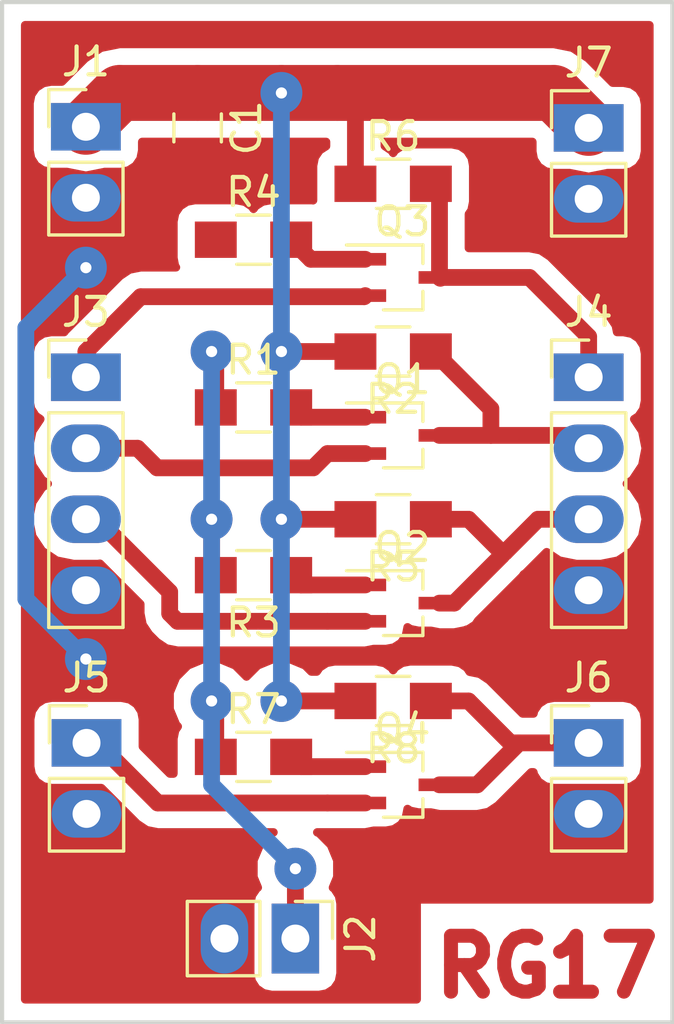
<source format=kicad_pcb>
(kicad_pcb (version 4) (host pcbnew 4.0.7-e2-6376~58~ubuntu16.04.1)

  (general
    (links 33)
    (no_connects 1)
    (area 127.757142 119.424999 160.242858 160.242858)
    (thickness 1.6)
    (drawings 5)
    (tracks 94)
    (zones 0)
    (modules 20)
    (nets 16)
  )

  (page A4)
  (layers
    (0 F.Cu signal)
    (31 B.Cu signal)
    (32 B.Adhes user)
    (33 F.Adhes user)
    (34 B.Paste user)
    (35 F.Paste user)
    (36 B.SilkS user)
    (37 F.SilkS user hide)
    (38 B.Mask user)
    (39 F.Mask user)
    (40 Dwgs.User user)
    (41 Cmts.User user)
    (42 Eco1.User user)
    (43 Eco2.User user)
    (44 Edge.Cuts user)
    (45 Margin user)
    (46 B.CrtYd user)
    (47 F.CrtYd user)
    (48 B.Fab user)
    (49 F.Fab user hide)
  )

  (setup
    (last_trace_width 0.6)
    (user_trace_width 0.5)
    (user_trace_width 0.6)
    (user_trace_width 1)
    (user_trace_width 2)
    (trace_clearance 0.6)
    (zone_clearance 0.508)
    (zone_45_only no)
    (trace_min 0.2)
    (segment_width 0.2)
    (edge_width 0.15)
    (via_size 1.5)
    (via_drill 0.4)
    (via_min_size 0.4)
    (via_min_drill 0.3)
    (uvia_size 0.3)
    (uvia_drill 0.1)
    (uvias_allowed no)
    (uvia_min_size 0.2)
    (uvia_min_drill 0.1)
    (pcb_text_width 0.3)
    (pcb_text_size 1.5 1.5)
    (mod_edge_width 0.15)
    (mod_text_size 1 1)
    (mod_text_width 0.15)
    (pad_size 1.524 1.524)
    (pad_drill 0.762)
    (pad_to_mask_clearance 0.2)
    (aux_axis_origin 0 0)
    (visible_elements FFFFFF7F)
    (pcbplotparams
      (layerselection 0x00000_00000001)
      (usegerberextensions false)
      (excludeedgelayer false)
      (linewidth 0.100000)
      (plotframeref false)
      (viasonmask false)
      (mode 1)
      (useauxorigin false)
      (hpglpennumber 1)
      (hpglpenspeed 20)
      (hpglpendiameter 15)
      (hpglpenoverlay 2)
      (psnegative false)
      (psa4output false)
      (plotreference false)
      (plotvalue true)
      (plotinvisibletext false)
      (padsonsilk false)
      (subtractmaskfromsilk false)
      (outputformat 4)
      (mirror false)
      (drillshape 1)
      (scaleselection 1)
      (outputdirectory TOP.pdf))
  )

  (net 0 "")
  (net 1 +5V)
  (net 2 GND)
  (net 3 +3V3)
  (net 4 "Net-(J3-Pad1)")
  (net 5 "Net-(J3-Pad2)")
  (net 6 "Net-(J3-Pad3)")
  (net 7 "Net-(J4-Pad1)")
  (net 8 "Net-(J4-Pad2)")
  (net 9 "Net-(J4-Pad3)")
  (net 10 "Net-(J5-Pad1)")
  (net 11 "Net-(J6-Pad1)")
  (net 12 "Net-(Q1-Pad1)")
  (net 13 "Net-(Q2-Pad1)")
  (net 14 "Net-(Q3-Pad1)")
  (net 15 "Net-(Q4-Pad1)")

  (net_class Default "This is the default net class."
    (clearance 0.6)
    (trace_width 0.6)
    (via_dia 1.5)
    (via_drill 0.4)
    (uvia_dia 0.3)
    (uvia_drill 0.1)
    (add_net +3V3)
    (add_net +5V)
    (add_net GND)
    (add_net "Net-(J3-Pad1)")
    (add_net "Net-(J3-Pad2)")
    (add_net "Net-(J3-Pad3)")
    (add_net "Net-(J4-Pad1)")
    (add_net "Net-(J4-Pad2)")
    (add_net "Net-(J4-Pad3)")
    (add_net "Net-(J5-Pad1)")
    (add_net "Net-(J6-Pad1)")
    (add_net "Net-(Q1-Pad1)")
    (add_net "Net-(Q2-Pad1)")
    (add_net "Net-(Q3-Pad1)")
    (add_net "Net-(Q4-Pad1)")
  )

  (module Capacitors_SMD:C_0805_HandSoldering (layer F.Cu) (tedit 58AA84A8) (tstamp 5A37E2BA)
    (at 139 124 270)
    (descr "Capacitor SMD 0805, hand soldering")
    (tags "capacitor 0805")
    (path /5A3AE84A)
    (attr smd)
    (fp_text reference C1 (at 0 -1.75 270) (layer F.SilkS)
      (effects (font (size 1 1) (thickness 0.15)))
    )
    (fp_text value 100n (at 0 1.75 270) (layer F.Fab)
      (effects (font (size 1 1) (thickness 0.15)))
    )
    (fp_text user %R (at 0 -1.75 270) (layer F.Fab)
      (effects (font (size 1 1) (thickness 0.15)))
    )
    (fp_line (start -1 0.62) (end -1 -0.62) (layer F.Fab) (width 0.1))
    (fp_line (start 1 0.62) (end -1 0.62) (layer F.Fab) (width 0.1))
    (fp_line (start 1 -0.62) (end 1 0.62) (layer F.Fab) (width 0.1))
    (fp_line (start -1 -0.62) (end 1 -0.62) (layer F.Fab) (width 0.1))
    (fp_line (start 0.5 -0.85) (end -0.5 -0.85) (layer F.SilkS) (width 0.12))
    (fp_line (start -0.5 0.85) (end 0.5 0.85) (layer F.SilkS) (width 0.12))
    (fp_line (start -2.25 -0.88) (end 2.25 -0.88) (layer F.CrtYd) (width 0.05))
    (fp_line (start -2.25 -0.88) (end -2.25 0.87) (layer F.CrtYd) (width 0.05))
    (fp_line (start 2.25 0.87) (end 2.25 -0.88) (layer F.CrtYd) (width 0.05))
    (fp_line (start 2.25 0.87) (end -2.25 0.87) (layer F.CrtYd) (width 0.05))
    (pad 1 smd rect (at -1.25 0 270) (size 1.5 1.25) (layers F.Cu F.Paste F.Mask)
      (net 1 +5V))
    (pad 2 smd rect (at 1.25 0 270) (size 1.5 1.25) (layers F.Cu F.Paste F.Mask)
      (net 2 GND))
    (model Capacitors_SMD.3dshapes/C_0805.wrl
      (at (xyz 0 0 0))
      (scale (xyz 1 1 1))
      (rotate (xyz 0 0 0))
    )
  )

  (module baby_panel_footprints:Header_1x02_2.54mm_Oval (layer F.Cu) (tedit 5A37DC5B) (tstamp 5A37E2D0)
    (at 135 123.96)
    (descr "Through hole straight pin header, 1x02, 2.54mm pitch, single row")
    (tags "Through hole pin header THT 1x02 2.54mm single row")
    (path /5A3AE817)
    (fp_text reference J1 (at 0 -2.33) (layer F.SilkS)
      (effects (font (size 1 1) (thickness 0.15)))
    )
    (fp_text value Conn_01x02_Male (at 0 4.87) (layer F.Fab)
      (effects (font (size 1 1) (thickness 0.15)))
    )
    (fp_line (start -0.635 -1.27) (end 1.27 -1.27) (layer F.Fab) (width 0.1))
    (fp_line (start 1.27 -1.27) (end 1.27 3.81) (layer F.Fab) (width 0.1))
    (fp_line (start 1.27 3.81) (end -1.27 3.81) (layer F.Fab) (width 0.1))
    (fp_line (start -1.27 3.81) (end -1.27 -0.635) (layer F.Fab) (width 0.1))
    (fp_line (start -1.27 -0.635) (end -0.635 -1.27) (layer F.Fab) (width 0.1))
    (fp_line (start -1.33 3.87) (end 1.33 3.87) (layer F.SilkS) (width 0.12))
    (fp_line (start -1.33 1.27) (end -1.33 3.87) (layer F.SilkS) (width 0.12))
    (fp_line (start 1.33 1.27) (end 1.33 3.87) (layer F.SilkS) (width 0.12))
    (fp_line (start -1.33 1.27) (end 1.33 1.27) (layer F.SilkS) (width 0.12))
    (fp_line (start -1.33 0) (end -1.33 -1.33) (layer F.SilkS) (width 0.12))
    (fp_line (start -1.33 -1.33) (end 0 -1.33) (layer F.SilkS) (width 0.12))
    (fp_line (start -1.8 -1.8) (end -1.8 4.35) (layer F.CrtYd) (width 0.05))
    (fp_line (start -1.8 4.35) (end 1.8 4.35) (layer F.CrtYd) (width 0.05))
    (fp_line (start 1.8 4.35) (end 1.8 -1.8) (layer F.CrtYd) (width 0.05))
    (fp_line (start 1.8 -1.8) (end -1.8 -1.8) (layer F.CrtYd) (width 0.05))
    (fp_text user %R (at 0 1.27 90) (layer F.Fab)
      (effects (font (size 1 1) (thickness 0.15)))
    )
    (pad 1 thru_hole rect (at 0 0) (size 2.5 1.7) (drill 1) (layers *.Cu *.Mask)
      (net 1 +5V))
    (pad 2 thru_hole oval (at 0 2.54) (size 2.5 1.7) (drill 1) (layers *.Cu *.Mask)
      (net 2 GND))
    (model ${KISYS3DMOD}/Pin_Headers.3dshapes/Pin_Header_Straight_1x02_Pitch2.54mm.wrl
      (at (xyz 0 0 0))
      (scale (xyz 1 1 1))
      (rotate (xyz 0 0 0))
    )
  )

  (module baby_panel_footprints:Header_1x02_2.54mm_Oval (layer F.Cu) (tedit 5A37DC5B) (tstamp 5A37E2E6)
    (at 142.5 153 270)
    (descr "Through hole straight pin header, 1x02, 2.54mm pitch, single row")
    (tags "Through hole pin header THT 1x02 2.54mm single row")
    (path /5A3AE81A)
    (fp_text reference J2 (at 0 -2.33 270) (layer F.SilkS)
      (effects (font (size 1 1) (thickness 0.15)))
    )
    (fp_text value Conn_01x02_Male (at 0 4.87 270) (layer F.Fab)
      (effects (font (size 1 1) (thickness 0.15)))
    )
    (fp_line (start -0.635 -1.27) (end 1.27 -1.27) (layer F.Fab) (width 0.1))
    (fp_line (start 1.27 -1.27) (end 1.27 3.81) (layer F.Fab) (width 0.1))
    (fp_line (start 1.27 3.81) (end -1.27 3.81) (layer F.Fab) (width 0.1))
    (fp_line (start -1.27 3.81) (end -1.27 -0.635) (layer F.Fab) (width 0.1))
    (fp_line (start -1.27 -0.635) (end -0.635 -1.27) (layer F.Fab) (width 0.1))
    (fp_line (start -1.33 3.87) (end 1.33 3.87) (layer F.SilkS) (width 0.12))
    (fp_line (start -1.33 1.27) (end -1.33 3.87) (layer F.SilkS) (width 0.12))
    (fp_line (start 1.33 1.27) (end 1.33 3.87) (layer F.SilkS) (width 0.12))
    (fp_line (start -1.33 1.27) (end 1.33 1.27) (layer F.SilkS) (width 0.12))
    (fp_line (start -1.33 0) (end -1.33 -1.33) (layer F.SilkS) (width 0.12))
    (fp_line (start -1.33 -1.33) (end 0 -1.33) (layer F.SilkS) (width 0.12))
    (fp_line (start -1.8 -1.8) (end -1.8 4.35) (layer F.CrtYd) (width 0.05))
    (fp_line (start -1.8 4.35) (end 1.8 4.35) (layer F.CrtYd) (width 0.05))
    (fp_line (start 1.8 4.35) (end 1.8 -1.8) (layer F.CrtYd) (width 0.05))
    (fp_line (start 1.8 -1.8) (end -1.8 -1.8) (layer F.CrtYd) (width 0.05))
    (fp_text user %R (at 0 1.27 360) (layer F.Fab)
      (effects (font (size 1 1) (thickness 0.15)))
    )
    (pad 1 thru_hole rect (at 0 0 270) (size 2.5 1.7) (drill 1) (layers *.Cu *.Mask)
      (net 3 +3V3))
    (pad 2 thru_hole oval (at 0 2.54 270) (size 2.5 1.7) (drill 1) (layers *.Cu *.Mask)
      (net 2 GND))
    (model ${KISYS3DMOD}/Pin_Headers.3dshapes/Pin_Header_Straight_1x02_Pitch2.54mm.wrl
      (at (xyz 0 0 0))
      (scale (xyz 1 1 1))
      (rotate (xyz 0 0 0))
    )
  )

  (module baby_panel_footprints:Header_1x04_2.54mm_Oval (layer F.Cu) (tedit 5A37DCBE) (tstamp 5A37E2EE)
    (at 135 132.92)
    (descr "Through hole straight pin header, 1x04, 2.54mm pitch, single row")
    (tags "Through hole pin header THT 1x04 2.54mm single row")
    (path /5A3AE836)
    (fp_text reference J3 (at 0 -2.33) (layer F.SilkS)
      (effects (font (size 1 1) (thickness 0.15)))
    )
    (fp_text value Conn_01x04_Male (at 0 9.95) (layer F.Fab)
      (effects (font (size 1 1) (thickness 0.15)))
    )
    (fp_line (start -0.635 -1.27) (end 1.27 -1.27) (layer F.Fab) (width 0.1))
    (fp_line (start 1.27 -1.27) (end 1.27 8.89) (layer F.Fab) (width 0.1))
    (fp_line (start 1.27 8.89) (end -1.27 8.89) (layer F.Fab) (width 0.1))
    (fp_line (start -1.27 8.89) (end -1.27 -0.635) (layer F.Fab) (width 0.1))
    (fp_line (start -1.27 -0.635) (end -0.635 -1.27) (layer F.Fab) (width 0.1))
    (fp_line (start -1.33 8.95) (end 1.33 8.95) (layer F.SilkS) (width 0.12))
    (fp_line (start -1.33 1.27) (end -1.33 8.95) (layer F.SilkS) (width 0.12))
    (fp_line (start 1.33 1.27) (end 1.33 8.95) (layer F.SilkS) (width 0.12))
    (fp_line (start -1.33 1.27) (end 1.33 1.27) (layer F.SilkS) (width 0.12))
    (fp_line (start -1.33 0) (end -1.33 -1.33) (layer F.SilkS) (width 0.12))
    (fp_line (start -1.33 -1.33) (end 0 -1.33) (layer F.SilkS) (width 0.12))
    (fp_line (start -1.8 -1.8) (end -1.8 9.4) (layer F.CrtYd) (width 0.05))
    (fp_line (start -1.8 9.4) (end 1.8 9.4) (layer F.CrtYd) (width 0.05))
    (fp_line (start 1.8 9.4) (end 1.8 -1.8) (layer F.CrtYd) (width 0.05))
    (fp_line (start 1.8 -1.8) (end -1.8 -1.8) (layer F.CrtYd) (width 0.05))
    (fp_text user %R (at 0 3.81 90) (layer F.Fab)
      (effects (font (size 1 1) (thickness 0.15)))
    )
    (pad 1 thru_hole rect (at 0 0) (size 2.5 1.7) (drill 1) (layers *.Cu *.Mask)
      (net 4 "Net-(J3-Pad1)"))
    (pad 2 thru_hole oval (at 0 2.54) (size 2.5 1.7) (drill 1) (layers *.Cu *.Mask)
      (net 5 "Net-(J3-Pad2)"))
    (pad 3 thru_hole oval (at 0 5.08) (size 2.5 1.7) (drill 1) (layers *.Cu *.Mask)
      (net 6 "Net-(J3-Pad3)"))
    (pad 4 thru_hole oval (at 0 7.62) (size 2.5 1.7) (drill 1) (layers *.Cu *.Mask)
      (net 2 GND))
    (model ${KISYS3DMOD}/Pin_Headers.3dshapes/Pin_Header_Straight_1x04_Pitch2.54mm.wrl
      (at (xyz 0 0 0))
      (scale (xyz 1 1 1))
      (rotate (xyz 0 0 0))
    )
  )

  (module baby_panel_footprints:Header_1x04_2.54mm_Oval (layer F.Cu) (tedit 5A37DCBE) (tstamp 5A37E2F6)
    (at 153 132.92)
    (descr "Through hole straight pin header, 1x04, 2.54mm pitch, single row")
    (tags "Through hole pin header THT 1x04 2.54mm single row")
    (path /5A3AE843)
    (fp_text reference J4 (at 0 -2.33) (layer F.SilkS)
      (effects (font (size 1 1) (thickness 0.15)))
    )
    (fp_text value Conn_01x04_Male (at 0 9.95) (layer F.Fab)
      (effects (font (size 1 1) (thickness 0.15)))
    )
    (fp_line (start -0.635 -1.27) (end 1.27 -1.27) (layer F.Fab) (width 0.1))
    (fp_line (start 1.27 -1.27) (end 1.27 8.89) (layer F.Fab) (width 0.1))
    (fp_line (start 1.27 8.89) (end -1.27 8.89) (layer F.Fab) (width 0.1))
    (fp_line (start -1.27 8.89) (end -1.27 -0.635) (layer F.Fab) (width 0.1))
    (fp_line (start -1.27 -0.635) (end -0.635 -1.27) (layer F.Fab) (width 0.1))
    (fp_line (start -1.33 8.95) (end 1.33 8.95) (layer F.SilkS) (width 0.12))
    (fp_line (start -1.33 1.27) (end -1.33 8.95) (layer F.SilkS) (width 0.12))
    (fp_line (start 1.33 1.27) (end 1.33 8.95) (layer F.SilkS) (width 0.12))
    (fp_line (start -1.33 1.27) (end 1.33 1.27) (layer F.SilkS) (width 0.12))
    (fp_line (start -1.33 0) (end -1.33 -1.33) (layer F.SilkS) (width 0.12))
    (fp_line (start -1.33 -1.33) (end 0 -1.33) (layer F.SilkS) (width 0.12))
    (fp_line (start -1.8 -1.8) (end -1.8 9.4) (layer F.CrtYd) (width 0.05))
    (fp_line (start -1.8 9.4) (end 1.8 9.4) (layer F.CrtYd) (width 0.05))
    (fp_line (start 1.8 9.4) (end 1.8 -1.8) (layer F.CrtYd) (width 0.05))
    (fp_line (start 1.8 -1.8) (end -1.8 -1.8) (layer F.CrtYd) (width 0.05))
    (fp_text user %R (at 0 3.81 90) (layer F.Fab)
      (effects (font (size 1 1) (thickness 0.15)))
    )
    (pad 1 thru_hole rect (at 0 0) (size 2.5 1.7) (drill 1) (layers *.Cu *.Mask)
      (net 7 "Net-(J4-Pad1)"))
    (pad 2 thru_hole oval (at 0 2.54) (size 2.5 1.7) (drill 1) (layers *.Cu *.Mask)
      (net 8 "Net-(J4-Pad2)"))
    (pad 3 thru_hole oval (at 0 5.08) (size 2.5 1.7) (drill 1) (layers *.Cu *.Mask)
      (net 9 "Net-(J4-Pad3)"))
    (pad 4 thru_hole oval (at 0 7.62) (size 2.5 1.7) (drill 1) (layers *.Cu *.Mask)
      (net 2 GND))
    (model ${KISYS3DMOD}/Pin_Headers.3dshapes/Pin_Header_Straight_1x04_Pitch2.54mm.wrl
      (at (xyz 0 0 0))
      (scale (xyz 1 1 1))
      (rotate (xyz 0 0 0))
    )
  )

  (module baby_panel_footprints:Header_1x02_2.54mm_Oval (layer F.Cu) (tedit 5A37DC5B) (tstamp 5A37E30C)
    (at 135.022858 146)
    (descr "Through hole straight pin header, 1x02, 2.54mm pitch, single row")
    (tags "Through hole pin header THT 1x02 2.54mm single row")
    (path /5A3AE834)
    (fp_text reference J5 (at 0 -2.33) (layer F.SilkS)
      (effects (font (size 1 1) (thickness 0.15)))
    )
    (fp_text value Conn_01x02_Male (at 0 4.87) (layer F.Fab)
      (effects (font (size 1 1) (thickness 0.15)))
    )
    (fp_line (start -0.635 -1.27) (end 1.27 -1.27) (layer F.Fab) (width 0.1))
    (fp_line (start 1.27 -1.27) (end 1.27 3.81) (layer F.Fab) (width 0.1))
    (fp_line (start 1.27 3.81) (end -1.27 3.81) (layer F.Fab) (width 0.1))
    (fp_line (start -1.27 3.81) (end -1.27 -0.635) (layer F.Fab) (width 0.1))
    (fp_line (start -1.27 -0.635) (end -0.635 -1.27) (layer F.Fab) (width 0.1))
    (fp_line (start -1.33 3.87) (end 1.33 3.87) (layer F.SilkS) (width 0.12))
    (fp_line (start -1.33 1.27) (end -1.33 3.87) (layer F.SilkS) (width 0.12))
    (fp_line (start 1.33 1.27) (end 1.33 3.87) (layer F.SilkS) (width 0.12))
    (fp_line (start -1.33 1.27) (end 1.33 1.27) (layer F.SilkS) (width 0.12))
    (fp_line (start -1.33 0) (end -1.33 -1.33) (layer F.SilkS) (width 0.12))
    (fp_line (start -1.33 -1.33) (end 0 -1.33) (layer F.SilkS) (width 0.12))
    (fp_line (start -1.8 -1.8) (end -1.8 4.35) (layer F.CrtYd) (width 0.05))
    (fp_line (start -1.8 4.35) (end 1.8 4.35) (layer F.CrtYd) (width 0.05))
    (fp_line (start 1.8 4.35) (end 1.8 -1.8) (layer F.CrtYd) (width 0.05))
    (fp_line (start 1.8 -1.8) (end -1.8 -1.8) (layer F.CrtYd) (width 0.05))
    (fp_text user %R (at 0 1.27 90) (layer F.Fab)
      (effects (font (size 1 1) (thickness 0.15)))
    )
    (pad 1 thru_hole rect (at 0 0) (size 2.5 1.7) (drill 1) (layers *.Cu *.Mask)
      (net 10 "Net-(J5-Pad1)"))
    (pad 2 thru_hole oval (at 0 2.54) (size 2.5 1.7) (drill 1) (layers *.Cu *.Mask)
      (net 2 GND))
    (model ${KISYS3DMOD}/Pin_Headers.3dshapes/Pin_Header_Straight_1x02_Pitch2.54mm.wrl
      (at (xyz 0 0 0))
      (scale (xyz 1 1 1))
      (rotate (xyz 0 0 0))
    )
  )

  (module baby_panel_footprints:Header_1x02_2.54mm_Oval (layer F.Cu) (tedit 5A37DC5B) (tstamp 5A37E322)
    (at 153 146)
    (descr "Through hole straight pin header, 1x02, 2.54mm pitch, single row")
    (tags "Through hole pin header THT 1x02 2.54mm single row")
    (path /5A3AE845)
    (fp_text reference J6 (at 0 -2.33) (layer F.SilkS)
      (effects (font (size 1 1) (thickness 0.15)))
    )
    (fp_text value Conn_01x02_Male (at 0 4.87) (layer F.Fab)
      (effects (font (size 1 1) (thickness 0.15)))
    )
    (fp_line (start -0.635 -1.27) (end 1.27 -1.27) (layer F.Fab) (width 0.1))
    (fp_line (start 1.27 -1.27) (end 1.27 3.81) (layer F.Fab) (width 0.1))
    (fp_line (start 1.27 3.81) (end -1.27 3.81) (layer F.Fab) (width 0.1))
    (fp_line (start -1.27 3.81) (end -1.27 -0.635) (layer F.Fab) (width 0.1))
    (fp_line (start -1.27 -0.635) (end -0.635 -1.27) (layer F.Fab) (width 0.1))
    (fp_line (start -1.33 3.87) (end 1.33 3.87) (layer F.SilkS) (width 0.12))
    (fp_line (start -1.33 1.27) (end -1.33 3.87) (layer F.SilkS) (width 0.12))
    (fp_line (start 1.33 1.27) (end 1.33 3.87) (layer F.SilkS) (width 0.12))
    (fp_line (start -1.33 1.27) (end 1.33 1.27) (layer F.SilkS) (width 0.12))
    (fp_line (start -1.33 0) (end -1.33 -1.33) (layer F.SilkS) (width 0.12))
    (fp_line (start -1.33 -1.33) (end 0 -1.33) (layer F.SilkS) (width 0.12))
    (fp_line (start -1.8 -1.8) (end -1.8 4.35) (layer F.CrtYd) (width 0.05))
    (fp_line (start -1.8 4.35) (end 1.8 4.35) (layer F.CrtYd) (width 0.05))
    (fp_line (start 1.8 4.35) (end 1.8 -1.8) (layer F.CrtYd) (width 0.05))
    (fp_line (start 1.8 -1.8) (end -1.8 -1.8) (layer F.CrtYd) (width 0.05))
    (fp_text user %R (at 0 1.27 90) (layer F.Fab)
      (effects (font (size 1 1) (thickness 0.15)))
    )
    (pad 1 thru_hole rect (at 0 0) (size 2.5 1.7) (drill 1) (layers *.Cu *.Mask)
      (net 11 "Net-(J6-Pad1)"))
    (pad 2 thru_hole oval (at 0 2.54) (size 2.5 1.7) (drill 1) (layers *.Cu *.Mask)
      (net 2 GND))
    (model ${KISYS3DMOD}/Pin_Headers.3dshapes/Pin_Header_Straight_1x02_Pitch2.54mm.wrl
      (at (xyz 0 0 0))
      (scale (xyz 1 1 1))
      (rotate (xyz 0 0 0))
    )
  )

  (module baby_panel_footprints:Header_1x02_2.54mm_Oval (layer F.Cu) (tedit 5A37DC5B) (tstamp 5A37E338)
    (at 153 124)
    (descr "Through hole straight pin header, 1x02, 2.54mm pitch, single row")
    (tags "Through hole pin header THT 1x02 2.54mm single row")
    (path /5A3AE847)
    (fp_text reference J7 (at 0 -2.33) (layer F.SilkS)
      (effects (font (size 1 1) (thickness 0.15)))
    )
    (fp_text value Conn_01x02_Male (at 0 4.87) (layer F.Fab)
      (effects (font (size 1 1) (thickness 0.15)))
    )
    (fp_line (start -0.635 -1.27) (end 1.27 -1.27) (layer F.Fab) (width 0.1))
    (fp_line (start 1.27 -1.27) (end 1.27 3.81) (layer F.Fab) (width 0.1))
    (fp_line (start 1.27 3.81) (end -1.27 3.81) (layer F.Fab) (width 0.1))
    (fp_line (start -1.27 3.81) (end -1.27 -0.635) (layer F.Fab) (width 0.1))
    (fp_line (start -1.27 -0.635) (end -0.635 -1.27) (layer F.Fab) (width 0.1))
    (fp_line (start -1.33 3.87) (end 1.33 3.87) (layer F.SilkS) (width 0.12))
    (fp_line (start -1.33 1.27) (end -1.33 3.87) (layer F.SilkS) (width 0.12))
    (fp_line (start 1.33 1.27) (end 1.33 3.87) (layer F.SilkS) (width 0.12))
    (fp_line (start -1.33 1.27) (end 1.33 1.27) (layer F.SilkS) (width 0.12))
    (fp_line (start -1.33 0) (end -1.33 -1.33) (layer F.SilkS) (width 0.12))
    (fp_line (start -1.33 -1.33) (end 0 -1.33) (layer F.SilkS) (width 0.12))
    (fp_line (start -1.8 -1.8) (end -1.8 4.35) (layer F.CrtYd) (width 0.05))
    (fp_line (start -1.8 4.35) (end 1.8 4.35) (layer F.CrtYd) (width 0.05))
    (fp_line (start 1.8 4.35) (end 1.8 -1.8) (layer F.CrtYd) (width 0.05))
    (fp_line (start 1.8 -1.8) (end -1.8 -1.8) (layer F.CrtYd) (width 0.05))
    (fp_text user %R (at 0 1.27 90) (layer F.Fab)
      (effects (font (size 1 1) (thickness 0.15)))
    )
    (pad 1 thru_hole rect (at 0 0) (size 2.5 1.7) (drill 1) (layers *.Cu *.Mask)
      (net 1 +5V))
    (pad 2 thru_hole oval (at 0 2.54) (size 2.5 1.7) (drill 1) (layers *.Cu *.Mask)
      (net 2 GND))
    (model ${KISYS3DMOD}/Pin_Headers.3dshapes/Pin_Header_Straight_1x02_Pitch2.54mm.wrl
      (at (xyz 0 0 0))
      (scale (xyz 1 1 1))
      (rotate (xyz 0 0 0))
    )
  )

  (module TO_SOT_Packages_SMD:SOT-323_SC-70_Handsoldering (layer F.Cu) (tedit 58CE4E7F) (tstamp 5A37E33F)
    (at 146.33 135)
    (descr "SOT-323, SC-70 Handsoldering")
    (tags "SOT-323 SC-70 Handsoldering")
    (path /5A3B99FF)
    (attr smd)
    (fp_text reference Q1 (at 0 -2) (layer F.SilkS)
      (effects (font (size 1 1) (thickness 0.15)))
    )
    (fp_text value BC847W (at 0 2.05) (layer F.Fab)
      (effects (font (size 1 1) (thickness 0.15)))
    )
    (fp_text user %R (at 0 0 90) (layer F.Fab)
      (effects (font (size 0.5 0.5) (thickness 0.075)))
    )
    (fp_line (start 0.735 0.5) (end 0.735 1.16) (layer F.SilkS) (width 0.12))
    (fp_line (start 0.735 -1.17) (end 0.735 -0.5) (layer F.SilkS) (width 0.12))
    (fp_line (start 2.4 1.3) (end -2.4 1.3) (layer F.CrtYd) (width 0.05))
    (fp_line (start 2.4 -1.3) (end 2.4 1.3) (layer F.CrtYd) (width 0.05))
    (fp_line (start -2.4 -1.3) (end 2.4 -1.3) (layer F.CrtYd) (width 0.05))
    (fp_line (start -2.4 1.3) (end -2.4 -1.3) (layer F.CrtYd) (width 0.05))
    (fp_line (start 0.735 -1.16) (end -2 -1.16) (layer F.SilkS) (width 0.12))
    (fp_line (start -0.675 1.16) (end 0.735 1.16) (layer F.SilkS) (width 0.12))
    (fp_line (start 0.675 -1.1) (end -0.175 -1.1) (layer F.Fab) (width 0.1))
    (fp_line (start -0.675 -0.6) (end -0.675 1.1) (layer F.Fab) (width 0.1))
    (fp_line (start 0.675 -1.1) (end 0.675 1.1) (layer F.Fab) (width 0.1))
    (fp_line (start 0.675 1.1) (end -0.675 1.1) (layer F.Fab) (width 0.1))
    (fp_line (start -0.175 -1.1) (end -0.675 -0.6) (layer F.Fab) (width 0.1))
    (pad 1 smd rect (at -1.33 -0.65 270) (size 0.45 1.5) (layers F.Cu F.Paste F.Mask)
      (net 12 "Net-(Q1-Pad1)"))
    (pad 2 smd rect (at -1.33 0.65 270) (size 0.45 1.5) (layers F.Cu F.Paste F.Mask)
      (net 5 "Net-(J3-Pad2)"))
    (pad 3 smd rect (at 1.33 0 270) (size 0.45 1.5) (layers F.Cu F.Paste F.Mask)
      (net 8 "Net-(J4-Pad2)"))
    (model ${KISYS3DMOD}/TO_SOT_Packages_SMD.3dshapes/SOT-323_SC-70.wrl
      (at (xyz 0 0 0))
      (scale (xyz 1 1 1))
      (rotate (xyz 0 0 0))
    )
  )

  (module TO_SOT_Packages_SMD:SOT-323_SC-70_Handsoldering (layer F.Cu) (tedit 58CE4E7F) (tstamp 5A37E346)
    (at 146.33 141)
    (descr "SOT-323, SC-70 Handsoldering")
    (tags "SOT-323 SC-70 Handsoldering")
    (path /5A3B9A77)
    (attr smd)
    (fp_text reference Q2 (at 0 -2) (layer F.SilkS)
      (effects (font (size 1 1) (thickness 0.15)))
    )
    (fp_text value BC847W (at 0 2.05) (layer F.Fab)
      (effects (font (size 1 1) (thickness 0.15)))
    )
    (fp_text user %R (at 0 0 90) (layer F.Fab)
      (effects (font (size 0.5 0.5) (thickness 0.075)))
    )
    (fp_line (start 0.735 0.5) (end 0.735 1.16) (layer F.SilkS) (width 0.12))
    (fp_line (start 0.735 -1.17) (end 0.735 -0.5) (layer F.SilkS) (width 0.12))
    (fp_line (start 2.4 1.3) (end -2.4 1.3) (layer F.CrtYd) (width 0.05))
    (fp_line (start 2.4 -1.3) (end 2.4 1.3) (layer F.CrtYd) (width 0.05))
    (fp_line (start -2.4 -1.3) (end 2.4 -1.3) (layer F.CrtYd) (width 0.05))
    (fp_line (start -2.4 1.3) (end -2.4 -1.3) (layer F.CrtYd) (width 0.05))
    (fp_line (start 0.735 -1.16) (end -2 -1.16) (layer F.SilkS) (width 0.12))
    (fp_line (start -0.675 1.16) (end 0.735 1.16) (layer F.SilkS) (width 0.12))
    (fp_line (start 0.675 -1.1) (end -0.175 -1.1) (layer F.Fab) (width 0.1))
    (fp_line (start -0.675 -0.6) (end -0.675 1.1) (layer F.Fab) (width 0.1))
    (fp_line (start 0.675 -1.1) (end 0.675 1.1) (layer F.Fab) (width 0.1))
    (fp_line (start 0.675 1.1) (end -0.675 1.1) (layer F.Fab) (width 0.1))
    (fp_line (start -0.175 -1.1) (end -0.675 -0.6) (layer F.Fab) (width 0.1))
    (pad 1 smd rect (at -1.33 -0.65 270) (size 0.45 1.5) (layers F.Cu F.Paste F.Mask)
      (net 13 "Net-(Q2-Pad1)"))
    (pad 2 smd rect (at -1.33 0.65 270) (size 0.45 1.5) (layers F.Cu F.Paste F.Mask)
      (net 6 "Net-(J3-Pad3)"))
    (pad 3 smd rect (at 1.33 0 270) (size 0.45 1.5) (layers F.Cu F.Paste F.Mask)
      (net 9 "Net-(J4-Pad3)"))
    (model ${KISYS3DMOD}/TO_SOT_Packages_SMD.3dshapes/SOT-323_SC-70.wrl
      (at (xyz 0 0 0))
      (scale (xyz 1 1 1))
      (rotate (xyz 0 0 0))
    )
  )

  (module TO_SOT_Packages_SMD:SOT-323_SC-70_Handsoldering (layer F.Cu) (tedit 58CE4E7F) (tstamp 5A37E34D)
    (at 146.33 129.35)
    (descr "SOT-323, SC-70 Handsoldering")
    (tags "SOT-323 SC-70 Handsoldering")
    (path /5A3B96D0)
    (attr smd)
    (fp_text reference Q3 (at 0 -2) (layer F.SilkS)
      (effects (font (size 1 1) (thickness 0.15)))
    )
    (fp_text value BC847W (at 0 2.05) (layer F.Fab)
      (effects (font (size 1 1) (thickness 0.15)))
    )
    (fp_text user %R (at 0 0 90) (layer F.Fab)
      (effects (font (size 0.5 0.5) (thickness 0.075)))
    )
    (fp_line (start 0.735 0.5) (end 0.735 1.16) (layer F.SilkS) (width 0.12))
    (fp_line (start 0.735 -1.17) (end 0.735 -0.5) (layer F.SilkS) (width 0.12))
    (fp_line (start 2.4 1.3) (end -2.4 1.3) (layer F.CrtYd) (width 0.05))
    (fp_line (start 2.4 -1.3) (end 2.4 1.3) (layer F.CrtYd) (width 0.05))
    (fp_line (start -2.4 -1.3) (end 2.4 -1.3) (layer F.CrtYd) (width 0.05))
    (fp_line (start -2.4 1.3) (end -2.4 -1.3) (layer F.CrtYd) (width 0.05))
    (fp_line (start 0.735 -1.16) (end -2 -1.16) (layer F.SilkS) (width 0.12))
    (fp_line (start -0.675 1.16) (end 0.735 1.16) (layer F.SilkS) (width 0.12))
    (fp_line (start 0.675 -1.1) (end -0.175 -1.1) (layer F.Fab) (width 0.1))
    (fp_line (start -0.675 -0.6) (end -0.675 1.1) (layer F.Fab) (width 0.1))
    (fp_line (start 0.675 -1.1) (end 0.675 1.1) (layer F.Fab) (width 0.1))
    (fp_line (start 0.675 1.1) (end -0.675 1.1) (layer F.Fab) (width 0.1))
    (fp_line (start -0.175 -1.1) (end -0.675 -0.6) (layer F.Fab) (width 0.1))
    (pad 1 smd rect (at -1.33 -0.65 270) (size 0.45 1.5) (layers F.Cu F.Paste F.Mask)
      (net 14 "Net-(Q3-Pad1)"))
    (pad 2 smd rect (at -1.33 0.65 270) (size 0.45 1.5) (layers F.Cu F.Paste F.Mask)
      (net 4 "Net-(J3-Pad1)"))
    (pad 3 smd rect (at 1.33 0 270) (size 0.45 1.5) (layers F.Cu F.Paste F.Mask)
      (net 7 "Net-(J4-Pad1)"))
    (model ${KISYS3DMOD}/TO_SOT_Packages_SMD.3dshapes/SOT-323_SC-70.wrl
      (at (xyz 0 0 0))
      (scale (xyz 1 1 1))
      (rotate (xyz 0 0 0))
    )
  )

  (module TO_SOT_Packages_SMD:SOT-323_SC-70_Handsoldering (layer F.Cu) (tedit 58CE4E7F) (tstamp 5A37E354)
    (at 146.33 147.5)
    (descr "SOT-323, SC-70 Handsoldering")
    (tags "SOT-323 SC-70 Handsoldering")
    (path /5A3B9AF2)
    (attr smd)
    (fp_text reference Q4 (at 0 -2) (layer F.SilkS)
      (effects (font (size 1 1) (thickness 0.15)))
    )
    (fp_text value BC847W (at 0 2.05) (layer F.Fab)
      (effects (font (size 1 1) (thickness 0.15)))
    )
    (fp_text user %R (at 0 0 90) (layer F.Fab)
      (effects (font (size 0.5 0.5) (thickness 0.075)))
    )
    (fp_line (start 0.735 0.5) (end 0.735 1.16) (layer F.SilkS) (width 0.12))
    (fp_line (start 0.735 -1.17) (end 0.735 -0.5) (layer F.SilkS) (width 0.12))
    (fp_line (start 2.4 1.3) (end -2.4 1.3) (layer F.CrtYd) (width 0.05))
    (fp_line (start 2.4 -1.3) (end 2.4 1.3) (layer F.CrtYd) (width 0.05))
    (fp_line (start -2.4 -1.3) (end 2.4 -1.3) (layer F.CrtYd) (width 0.05))
    (fp_line (start -2.4 1.3) (end -2.4 -1.3) (layer F.CrtYd) (width 0.05))
    (fp_line (start 0.735 -1.16) (end -2 -1.16) (layer F.SilkS) (width 0.12))
    (fp_line (start -0.675 1.16) (end 0.735 1.16) (layer F.SilkS) (width 0.12))
    (fp_line (start 0.675 -1.1) (end -0.175 -1.1) (layer F.Fab) (width 0.1))
    (fp_line (start -0.675 -0.6) (end -0.675 1.1) (layer F.Fab) (width 0.1))
    (fp_line (start 0.675 -1.1) (end 0.675 1.1) (layer F.Fab) (width 0.1))
    (fp_line (start 0.675 1.1) (end -0.675 1.1) (layer F.Fab) (width 0.1))
    (fp_line (start -0.175 -1.1) (end -0.675 -0.6) (layer F.Fab) (width 0.1))
    (pad 1 smd rect (at -1.33 -0.65 270) (size 0.45 1.5) (layers F.Cu F.Paste F.Mask)
      (net 15 "Net-(Q4-Pad1)"))
    (pad 2 smd rect (at -1.33 0.65 270) (size 0.45 1.5) (layers F.Cu F.Paste F.Mask)
      (net 10 "Net-(J5-Pad1)"))
    (pad 3 smd rect (at 1.33 0 270) (size 0.45 1.5) (layers F.Cu F.Paste F.Mask)
      (net 11 "Net-(J6-Pad1)"))
    (model ${KISYS3DMOD}/TO_SOT_Packages_SMD.3dshapes/SOT-323_SC-70.wrl
      (at (xyz 0 0 0))
      (scale (xyz 1 1 1))
      (rotate (xyz 0 0 0))
    )
  )

  (module Resistors_SMD:R_0805_HandSoldering (layer F.Cu) (tedit 58E0A804) (tstamp 5A37E35A)
    (at 141 134)
    (descr "Resistor SMD 0805, hand soldering")
    (tags "resistor 0805")
    (path /5A3B65D7)
    (attr smd)
    (fp_text reference R1 (at 0 -1.7) (layer F.SilkS)
      (effects (font (size 1 1) (thickness 0.15)))
    )
    (fp_text value 10k (at 0 1.75) (layer F.Fab)
      (effects (font (size 1 1) (thickness 0.15)))
    )
    (fp_text user %R (at 0 0) (layer F.Fab)
      (effects (font (size 0.5 0.5) (thickness 0.075)))
    )
    (fp_line (start -1 0.62) (end -1 -0.62) (layer F.Fab) (width 0.1))
    (fp_line (start 1 0.62) (end -1 0.62) (layer F.Fab) (width 0.1))
    (fp_line (start 1 -0.62) (end 1 0.62) (layer F.Fab) (width 0.1))
    (fp_line (start -1 -0.62) (end 1 -0.62) (layer F.Fab) (width 0.1))
    (fp_line (start 0.6 0.88) (end -0.6 0.88) (layer F.SilkS) (width 0.12))
    (fp_line (start -0.6 -0.88) (end 0.6 -0.88) (layer F.SilkS) (width 0.12))
    (fp_line (start -2.35 -0.9) (end 2.35 -0.9) (layer F.CrtYd) (width 0.05))
    (fp_line (start -2.35 -0.9) (end -2.35 0.9) (layer F.CrtYd) (width 0.05))
    (fp_line (start 2.35 0.9) (end 2.35 -0.9) (layer F.CrtYd) (width 0.05))
    (fp_line (start 2.35 0.9) (end -2.35 0.9) (layer F.CrtYd) (width 0.05))
    (pad 1 smd rect (at -1.35 0) (size 1.5 1.3) (layers F.Cu F.Paste F.Mask)
      (net 3 +3V3))
    (pad 2 smd rect (at 1.35 0) (size 1.5 1.3) (layers F.Cu F.Paste F.Mask)
      (net 12 "Net-(Q1-Pad1)"))
    (model ${KISYS3DMOD}/Resistors_SMD.3dshapes/R_0805.wrl
      (at (xyz 0 0 0))
      (scale (xyz 1 1 1))
      (rotate (xyz 0 0 0))
    )
  )

  (module Resistors_SMD:R_0805_HandSoldering (layer F.Cu) (tedit 58E0A804) (tstamp 5A37E360)
    (at 146 132 180)
    (descr "Resistor SMD 0805, hand soldering")
    (tags "resistor 0805")
    (path /5A3B6584)
    (attr smd)
    (fp_text reference R2 (at 0 -1.7 180) (layer F.SilkS)
      (effects (font (size 1 1) (thickness 0.15)))
    )
    (fp_text value 10k (at 0 1.75 180) (layer F.Fab)
      (effects (font (size 1 1) (thickness 0.15)))
    )
    (fp_text user %R (at 0 0 180) (layer F.Fab)
      (effects (font (size 0.5 0.5) (thickness 0.075)))
    )
    (fp_line (start -1 0.62) (end -1 -0.62) (layer F.Fab) (width 0.1))
    (fp_line (start 1 0.62) (end -1 0.62) (layer F.Fab) (width 0.1))
    (fp_line (start 1 -0.62) (end 1 0.62) (layer F.Fab) (width 0.1))
    (fp_line (start -1 -0.62) (end 1 -0.62) (layer F.Fab) (width 0.1))
    (fp_line (start 0.6 0.88) (end -0.6 0.88) (layer F.SilkS) (width 0.12))
    (fp_line (start -0.6 -0.88) (end 0.6 -0.88) (layer F.SilkS) (width 0.12))
    (fp_line (start -2.35 -0.9) (end 2.35 -0.9) (layer F.CrtYd) (width 0.05))
    (fp_line (start -2.35 -0.9) (end -2.35 0.9) (layer F.CrtYd) (width 0.05))
    (fp_line (start 2.35 0.9) (end 2.35 -0.9) (layer F.CrtYd) (width 0.05))
    (fp_line (start 2.35 0.9) (end -2.35 0.9) (layer F.CrtYd) (width 0.05))
    (pad 1 smd rect (at -1.35 0 180) (size 1.5 1.3) (layers F.Cu F.Paste F.Mask)
      (net 8 "Net-(J4-Pad2)"))
    (pad 2 smd rect (at 1.35 0 180) (size 1.5 1.3) (layers F.Cu F.Paste F.Mask)
      (net 1 +5V))
    (model ${KISYS3DMOD}/Resistors_SMD.3dshapes/R_0805.wrl
      (at (xyz 0 0 0))
      (scale (xyz 1 1 1))
      (rotate (xyz 0 0 0))
    )
  )

  (module Resistors_SMD:R_0805_HandSoldering (layer F.Cu) (tedit 58E0A804) (tstamp 5A37E366)
    (at 141 140 180)
    (descr "Resistor SMD 0805, hand soldering")
    (tags "resistor 0805")
    (path /5A3B67E9)
    (attr smd)
    (fp_text reference R3 (at 0 -1.7 180) (layer F.SilkS)
      (effects (font (size 1 1) (thickness 0.15)))
    )
    (fp_text value 10k (at 0 1.75 180) (layer F.Fab)
      (effects (font (size 1 1) (thickness 0.15)))
    )
    (fp_text user %R (at 0 0 180) (layer F.Fab)
      (effects (font (size 0.5 0.5) (thickness 0.075)))
    )
    (fp_line (start -1 0.62) (end -1 -0.62) (layer F.Fab) (width 0.1))
    (fp_line (start 1 0.62) (end -1 0.62) (layer F.Fab) (width 0.1))
    (fp_line (start 1 -0.62) (end 1 0.62) (layer F.Fab) (width 0.1))
    (fp_line (start -1 -0.62) (end 1 -0.62) (layer F.Fab) (width 0.1))
    (fp_line (start 0.6 0.88) (end -0.6 0.88) (layer F.SilkS) (width 0.12))
    (fp_line (start -0.6 -0.88) (end 0.6 -0.88) (layer F.SilkS) (width 0.12))
    (fp_line (start -2.35 -0.9) (end 2.35 -0.9) (layer F.CrtYd) (width 0.05))
    (fp_line (start -2.35 -0.9) (end -2.35 0.9) (layer F.CrtYd) (width 0.05))
    (fp_line (start 2.35 0.9) (end 2.35 -0.9) (layer F.CrtYd) (width 0.05))
    (fp_line (start 2.35 0.9) (end -2.35 0.9) (layer F.CrtYd) (width 0.05))
    (pad 1 smd rect (at -1.35 0 180) (size 1.5 1.3) (layers F.Cu F.Paste F.Mask)
      (net 13 "Net-(Q2-Pad1)"))
    (pad 2 smd rect (at 1.35 0 180) (size 1.5 1.3) (layers F.Cu F.Paste F.Mask)
      (net 3 +3V3))
    (model ${KISYS3DMOD}/Resistors_SMD.3dshapes/R_0805.wrl
      (at (xyz 0 0 0))
      (scale (xyz 1 1 1))
      (rotate (xyz 0 0 0))
    )
  )

  (module Resistors_SMD:R_0805_HandSoldering (layer F.Cu) (tedit 58E0A804) (tstamp 5A37E36C)
    (at 141 128)
    (descr "Resistor SMD 0805, hand soldering")
    (tags "resistor 0805")
    (path /5A3B652A)
    (attr smd)
    (fp_text reference R4 (at 0 -1.7) (layer F.SilkS)
      (effects (font (size 1 1) (thickness 0.15)))
    )
    (fp_text value 10k (at 0 1.75) (layer F.Fab)
      (effects (font (size 1 1) (thickness 0.15)))
    )
    (fp_text user %R (at 0 0) (layer F.Fab)
      (effects (font (size 0.5 0.5) (thickness 0.075)))
    )
    (fp_line (start -1 0.62) (end -1 -0.62) (layer F.Fab) (width 0.1))
    (fp_line (start 1 0.62) (end -1 0.62) (layer F.Fab) (width 0.1))
    (fp_line (start 1 -0.62) (end 1 0.62) (layer F.Fab) (width 0.1))
    (fp_line (start -1 -0.62) (end 1 -0.62) (layer F.Fab) (width 0.1))
    (fp_line (start 0.6 0.88) (end -0.6 0.88) (layer F.SilkS) (width 0.12))
    (fp_line (start -0.6 -0.88) (end 0.6 -0.88) (layer F.SilkS) (width 0.12))
    (fp_line (start -2.35 -0.9) (end 2.35 -0.9) (layer F.CrtYd) (width 0.05))
    (fp_line (start -2.35 -0.9) (end -2.35 0.9) (layer F.CrtYd) (width 0.05))
    (fp_line (start 2.35 0.9) (end 2.35 -0.9) (layer F.CrtYd) (width 0.05))
    (fp_line (start 2.35 0.9) (end -2.35 0.9) (layer F.CrtYd) (width 0.05))
    (pad 1 smd rect (at -1.35 0) (size 1.5 1.3) (layers F.Cu F.Paste F.Mask)
      (net 3 +3V3))
    (pad 2 smd rect (at 1.35 0) (size 1.5 1.3) (layers F.Cu F.Paste F.Mask)
      (net 14 "Net-(Q3-Pad1)"))
    (model ${KISYS3DMOD}/Resistors_SMD.3dshapes/R_0805.wrl
      (at (xyz 0 0 0))
      (scale (xyz 1 1 1))
      (rotate (xyz 0 0 0))
    )
  )

  (module Resistors_SMD:R_0805_HandSoldering (layer F.Cu) (tedit 58E0A804) (tstamp 5A37E372)
    (at 146 138 180)
    (descr "Resistor SMD 0805, hand soldering")
    (tags "resistor 0805")
    (path /5A3B6665)
    (attr smd)
    (fp_text reference R5 (at 0 -1.7 180) (layer F.SilkS)
      (effects (font (size 1 1) (thickness 0.15)))
    )
    (fp_text value 10k (at 0 1.75 180) (layer F.Fab)
      (effects (font (size 1 1) (thickness 0.15)))
    )
    (fp_text user %R (at 0 0 180) (layer F.Fab)
      (effects (font (size 0.5 0.5) (thickness 0.075)))
    )
    (fp_line (start -1 0.62) (end -1 -0.62) (layer F.Fab) (width 0.1))
    (fp_line (start 1 0.62) (end -1 0.62) (layer F.Fab) (width 0.1))
    (fp_line (start 1 -0.62) (end 1 0.62) (layer F.Fab) (width 0.1))
    (fp_line (start -1 -0.62) (end 1 -0.62) (layer F.Fab) (width 0.1))
    (fp_line (start 0.6 0.88) (end -0.6 0.88) (layer F.SilkS) (width 0.12))
    (fp_line (start -0.6 -0.88) (end 0.6 -0.88) (layer F.SilkS) (width 0.12))
    (fp_line (start -2.35 -0.9) (end 2.35 -0.9) (layer F.CrtYd) (width 0.05))
    (fp_line (start -2.35 -0.9) (end -2.35 0.9) (layer F.CrtYd) (width 0.05))
    (fp_line (start 2.35 0.9) (end 2.35 -0.9) (layer F.CrtYd) (width 0.05))
    (fp_line (start 2.35 0.9) (end -2.35 0.9) (layer F.CrtYd) (width 0.05))
    (pad 1 smd rect (at -1.35 0 180) (size 1.5 1.3) (layers F.Cu F.Paste F.Mask)
      (net 9 "Net-(J4-Pad3)"))
    (pad 2 smd rect (at 1.35 0 180) (size 1.5 1.3) (layers F.Cu F.Paste F.Mask)
      (net 1 +5V))
    (model ${KISYS3DMOD}/Resistors_SMD.3dshapes/R_0805.wrl
      (at (xyz 0 0 0))
      (scale (xyz 1 1 1))
      (rotate (xyz 0 0 0))
    )
  )

  (module Resistors_SMD:R_0805_HandSoldering (layer F.Cu) (tedit 58E0A804) (tstamp 5A37E378)
    (at 146 126)
    (descr "Resistor SMD 0805, hand soldering")
    (tags "resistor 0805")
    (path /5A3AE81D)
    (attr smd)
    (fp_text reference R6 (at 0 -1.7) (layer F.SilkS)
      (effects (font (size 1 1) (thickness 0.15)))
    )
    (fp_text value 10k (at 0 1.75) (layer F.Fab)
      (effects (font (size 1 1) (thickness 0.15)))
    )
    (fp_text user %R (at 0 0) (layer F.Fab)
      (effects (font (size 0.5 0.5) (thickness 0.075)))
    )
    (fp_line (start -1 0.62) (end -1 -0.62) (layer F.Fab) (width 0.1))
    (fp_line (start 1 0.62) (end -1 0.62) (layer F.Fab) (width 0.1))
    (fp_line (start 1 -0.62) (end 1 0.62) (layer F.Fab) (width 0.1))
    (fp_line (start -1 -0.62) (end 1 -0.62) (layer F.Fab) (width 0.1))
    (fp_line (start 0.6 0.88) (end -0.6 0.88) (layer F.SilkS) (width 0.12))
    (fp_line (start -0.6 -0.88) (end 0.6 -0.88) (layer F.SilkS) (width 0.12))
    (fp_line (start -2.35 -0.9) (end 2.35 -0.9) (layer F.CrtYd) (width 0.05))
    (fp_line (start -2.35 -0.9) (end -2.35 0.9) (layer F.CrtYd) (width 0.05))
    (fp_line (start 2.35 0.9) (end 2.35 -0.9) (layer F.CrtYd) (width 0.05))
    (fp_line (start 2.35 0.9) (end -2.35 0.9) (layer F.CrtYd) (width 0.05))
    (pad 1 smd rect (at -1.35 0) (size 1.5 1.3) (layers F.Cu F.Paste F.Mask)
      (net 1 +5V))
    (pad 2 smd rect (at 1.35 0) (size 1.5 1.3) (layers F.Cu F.Paste F.Mask)
      (net 7 "Net-(J4-Pad1)"))
    (model ${KISYS3DMOD}/Resistors_SMD.3dshapes/R_0805.wrl
      (at (xyz 0 0 0))
      (scale (xyz 1 1 1))
      (rotate (xyz 0 0 0))
    )
  )

  (module Resistors_SMD:R_0805_HandSoldering (layer F.Cu) (tedit 58E0A804) (tstamp 5A37E37E)
    (at 141 146.5)
    (descr "Resistor SMD 0805, hand soldering")
    (tags "resistor 0805")
    (path /5A3B69F7)
    (attr smd)
    (fp_text reference R7 (at 0 -1.7) (layer F.SilkS)
      (effects (font (size 1 1) (thickness 0.15)))
    )
    (fp_text value 10k (at 0 1.75) (layer F.Fab)
      (effects (font (size 1 1) (thickness 0.15)))
    )
    (fp_text user %R (at 0 0) (layer F.Fab)
      (effects (font (size 0.5 0.5) (thickness 0.075)))
    )
    (fp_line (start -1 0.62) (end -1 -0.62) (layer F.Fab) (width 0.1))
    (fp_line (start 1 0.62) (end -1 0.62) (layer F.Fab) (width 0.1))
    (fp_line (start 1 -0.62) (end 1 0.62) (layer F.Fab) (width 0.1))
    (fp_line (start -1 -0.62) (end 1 -0.62) (layer F.Fab) (width 0.1))
    (fp_line (start 0.6 0.88) (end -0.6 0.88) (layer F.SilkS) (width 0.12))
    (fp_line (start -0.6 -0.88) (end 0.6 -0.88) (layer F.SilkS) (width 0.12))
    (fp_line (start -2.35 -0.9) (end 2.35 -0.9) (layer F.CrtYd) (width 0.05))
    (fp_line (start -2.35 -0.9) (end -2.35 0.9) (layer F.CrtYd) (width 0.05))
    (fp_line (start 2.35 0.9) (end 2.35 -0.9) (layer F.CrtYd) (width 0.05))
    (fp_line (start 2.35 0.9) (end -2.35 0.9) (layer F.CrtYd) (width 0.05))
    (pad 1 smd rect (at -1.35 0) (size 1.5 1.3) (layers F.Cu F.Paste F.Mask)
      (net 3 +3V3))
    (pad 2 smd rect (at 1.35 0) (size 1.5 1.3) (layers F.Cu F.Paste F.Mask)
      (net 15 "Net-(Q4-Pad1)"))
    (model ${KISYS3DMOD}/Resistors_SMD.3dshapes/R_0805.wrl
      (at (xyz 0 0 0))
      (scale (xyz 1 1 1))
      (rotate (xyz 0 0 0))
    )
  )

  (module Resistors_SMD:R_0805_HandSoldering (layer F.Cu) (tedit 58E0A804) (tstamp 5A37E384)
    (at 146 144.5 180)
    (descr "Resistor SMD 0805, hand soldering")
    (tags "resistor 0805")
    (path /5A3B6947)
    (attr smd)
    (fp_text reference R8 (at 0 -1.7 180) (layer F.SilkS)
      (effects (font (size 1 1) (thickness 0.15)))
    )
    (fp_text value 10k (at 0 1.75 180) (layer F.Fab)
      (effects (font (size 1 1) (thickness 0.15)))
    )
    (fp_text user %R (at 0 0 180) (layer F.Fab)
      (effects (font (size 0.5 0.5) (thickness 0.075)))
    )
    (fp_line (start -1 0.62) (end -1 -0.62) (layer F.Fab) (width 0.1))
    (fp_line (start 1 0.62) (end -1 0.62) (layer F.Fab) (width 0.1))
    (fp_line (start 1 -0.62) (end 1 0.62) (layer F.Fab) (width 0.1))
    (fp_line (start -1 -0.62) (end 1 -0.62) (layer F.Fab) (width 0.1))
    (fp_line (start 0.6 0.88) (end -0.6 0.88) (layer F.SilkS) (width 0.12))
    (fp_line (start -0.6 -0.88) (end 0.6 -0.88) (layer F.SilkS) (width 0.12))
    (fp_line (start -2.35 -0.9) (end 2.35 -0.9) (layer F.CrtYd) (width 0.05))
    (fp_line (start -2.35 -0.9) (end -2.35 0.9) (layer F.CrtYd) (width 0.05))
    (fp_line (start 2.35 0.9) (end 2.35 -0.9) (layer F.CrtYd) (width 0.05))
    (fp_line (start 2.35 0.9) (end -2.35 0.9) (layer F.CrtYd) (width 0.05))
    (pad 1 smd rect (at -1.35 0 180) (size 1.5 1.3) (layers F.Cu F.Paste F.Mask)
      (net 11 "Net-(J6-Pad1)"))
    (pad 2 smd rect (at 1.35 0 180) (size 1.5 1.3) (layers F.Cu F.Paste F.Mask)
      (net 1 +5V))
    (model ${KISYS3DMOD}/Resistors_SMD.3dshapes/R_0805.wrl
      (at (xyz 0 0 0))
      (scale (xyz 1 1 1))
      (rotate (xyz 0 0 0))
    )
  )

  (gr_text RG17 (at 151.5 154) (layer F.Cu)
    (effects (font (size 2 2) (thickness 0.5)))
  )
  (gr_line (start 156 119.5) (end 132 119.5) (layer Edge.Cuts) (width 0.15))
  (gr_line (start 156 156) (end 156 119.5) (layer Edge.Cuts) (width 0.15))
  (gr_line (start 132 156) (end 156 156) (layer Edge.Cuts) (width 0.15))
  (gr_line (start 132 119.5) (end 132 156) (layer Edge.Cuts) (width 0.15))

  (segment (start 142 144.499998) (end 142 138) (width 0.6) (layer B.Cu) (net 1))
  (segment (start 144.65 144.5) (end 142.000002 144.5) (width 0.6) (layer F.Cu) (net 1))
  (segment (start 142.000002 144.5) (end 142 144.499998) (width 0.6) (layer F.Cu) (net 1))
  (via (at 142 144.499998) (size 1.5) (drill 0.4) (layers F.Cu B.Cu) (net 1))
  (segment (start 142 138) (end 142 132) (width 0.6) (layer B.Cu) (net 1))
  (segment (start 144.65 138) (end 142 138) (width 0.6) (layer F.Cu) (net 1))
  (via (at 142 138) (size 1.5) (drill 0.4) (layers F.Cu B.Cu) (net 1))
  (segment (start 139 122.75) (end 142 122.75) (width 2) (layer F.Cu) (net 1))
  (segment (start 142 122.75) (end 144 122.75) (width 2) (layer F.Cu) (net 1))
  (segment (start 142 132) (end 142 122.75) (width 0.6) (layer B.Cu) (net 1))
  (via (at 142 122.75) (size 1.5) (drill 0.4) (layers F.Cu B.Cu) (net 1))
  (segment (start 144.65 132) (end 142 132) (width 0.6) (layer F.Cu) (net 1))
  (via (at 142 132) (size 1.5) (drill 0.4) (layers F.Cu B.Cu) (net 1))
  (segment (start 144.65 126) (end 144.65 123.4) (width 0.6) (layer F.Cu) (net 1))
  (segment (start 144 122.75) (end 151.75 122.75) (width 2) (layer F.Cu) (net 1))
  (segment (start 144.65 123.4) (end 144 122.75) (width 0.6) (layer F.Cu) (net 1))
  (segment (start 151.75 122.75) (end 153 124) (width 2) (layer F.Cu) (net 1))
  (segment (start 135 123.96) (end 136.21 122.75) (width 2) (layer F.Cu) (net 1))
  (segment (start 136.21 122.75) (end 139 122.75) (width 2) (layer F.Cu) (net 1))
  (segment (start 135 143) (end 135 140.54) (width 0.6) (layer F.Cu) (net 2))
  (segment (start 135 129) (end 132.84999 131.15001) (width 0.6) (layer B.Cu) (net 2))
  (segment (start 132.84999 140.84999) (end 135 143) (width 0.6) (layer B.Cu) (net 2))
  (segment (start 132.84999 131.15001) (end 132.84999 140.84999) (width 0.6) (layer B.Cu) (net 2))
  (via (at 135 143) (size 1.5) (drill 0.4) (layers F.Cu B.Cu) (net 2))
  (segment (start 135 126.5) (end 135 129) (width 0.6) (layer F.Cu) (net 2))
  (via (at 135 129) (size 1.5) (drill 0.4) (layers F.Cu B.Cu) (net 2))
  (segment (start 142.5 150.5) (end 139.5 147.5) (width 0.6) (layer B.Cu) (net 3))
  (segment (start 139.5 147.5) (end 139.5 144.5) (width 0.6) (layer B.Cu) (net 3))
  (segment (start 142.5 153) (end 142.5 150.5) (width 0.6) (layer F.Cu) (net 3))
  (via (at 142.5 150.5) (size 1.5) (drill 0.4) (layers F.Cu B.Cu) (net 3))
  (segment (start 139.5 144.5) (end 139.5 138) (width 0.6) (layer B.Cu) (net 3))
  (segment (start 139.65 146.5) (end 139.65 144.65) (width 0.6) (layer F.Cu) (net 3))
  (segment (start 139.65 144.65) (end 139.5 144.5) (width 0.6) (layer F.Cu) (net 3))
  (via (at 139.5 144.5) (size 1.5) (drill 0.4) (layers F.Cu B.Cu) (net 3))
  (segment (start 139.5 138) (end 139.5 139.85) (width 0.6) (layer F.Cu) (net 3))
  (segment (start 139.5 139.85) (end 139.65 140) (width 0.6) (layer F.Cu) (net 3))
  (segment (start 139.5 132) (end 139.5 138) (width 0.6) (layer B.Cu) (net 3))
  (via (at 139.5 138) (size 1.5) (drill 0.4) (layers F.Cu B.Cu) (net 3))
  (segment (start 139.65 134) (end 139.65 132.15) (width 0.6) (layer F.Cu) (net 3))
  (segment (start 139.65 132.15) (end 139.5 132) (width 0.6) (layer F.Cu) (net 3))
  (via (at 139.5 132) (size 1.5) (drill 0.4) (layers F.Cu B.Cu) (net 3))
  (segment (start 145 130) (end 144.960826 130.039174) (width 0.6) (layer F.Cu) (net 4))
  (segment (start 144.960826 130.039174) (end 136.960826 130.039174) (width 0.6) (layer F.Cu) (net 4))
  (segment (start 136.960826 130.039174) (end 135 132) (width 0.6) (layer F.Cu) (net 4))
  (segment (start 135 132) (end 135 132.92) (width 0.6) (layer F.Cu) (net 4))
  (segment (start 135 135.46) (end 136.85 135.46) (width 0.6) (layer F.Cu) (net 5))
  (segment (start 136.85 135.46) (end 137.551267 136.161267) (width 0.6) (layer F.Cu) (net 5))
  (segment (start 137.551267 136.161267) (end 143.138733 136.161267) (width 0.6) (layer F.Cu) (net 5))
  (segment (start 143.138733 136.161267) (end 143.65 135.65) (width 0.6) (layer F.Cu) (net 5))
  (segment (start 143.65 135.65) (end 145 135.65) (width 0.6) (layer F.Cu) (net 5))
  (segment (start 135 138) (end 135.4 138) (width 0.6) (layer F.Cu) (net 6))
  (segment (start 135.4 138) (end 137.999999 140.599999) (width 0.6) (layer F.Cu) (net 6))
  (segment (start 137.999999 140.599999) (end 137.999999 141.370001) (width 0.6) (layer F.Cu) (net 6))
  (segment (start 137.999999 141.370001) (end 138.279998 141.65) (width 0.6) (layer F.Cu) (net 6))
  (segment (start 138.279998 141.65) (end 143.65 141.65) (width 0.6) (layer F.Cu) (net 6))
  (segment (start 143.65 141.65) (end 145 141.65) (width 0.6) (layer F.Cu) (net 6))
  (segment (start 147.66 129.35) (end 150.88 129.35) (width 0.6) (layer F.Cu) (net 7))
  (segment (start 150.88 129.35) (end 153 131.47) (width 0.6) (layer F.Cu) (net 7))
  (segment (start 153 131.47) (end 153 132.92) (width 0.6) (layer F.Cu) (net 7))
  (segment (start 147.69 129.38) (end 147.66 129.35) (width 0.6) (layer F.Cu) (net 7))
  (segment (start 147.66 129.35) (end 147.66 126.31) (width 0.6) (layer F.Cu) (net 7))
  (segment (start 147.66 126.31) (end 147.35 126) (width 0.6) (layer F.Cu) (net 7))
  (segment (start 147.66 135) (end 149.5 135) (width 0.6) (layer F.Cu) (net 8))
  (segment (start 149.5 135) (end 152.54 135) (width 0.6) (layer F.Cu) (net 8))
  (segment (start 147.35 132) (end 147.45 132) (width 0.6) (layer F.Cu) (net 8))
  (segment (start 147.45 132) (end 149.5 134.05) (width 0.6) (layer F.Cu) (net 8))
  (segment (start 149.5 134.05) (end 149.5 135) (width 0.6) (layer F.Cu) (net 8))
  (segment (start 152.54 135) (end 153 135.46) (width 0.6) (layer F.Cu) (net 8))
  (segment (start 149.885 139.185) (end 149.885 139.3) (width 0.6) (layer F.Cu) (net 9))
  (segment (start 149.885 139.3) (end 148.185 141) (width 0.6) (layer F.Cu) (net 9))
  (segment (start 148.185 141) (end 147.66 141) (width 0.6) (layer F.Cu) (net 9))
  (segment (start 150 139.185) (end 151.185 138) (width 0.6) (layer F.Cu) (net 9))
  (segment (start 147.35 138) (end 148.7 138) (width 0.6) (layer F.Cu) (net 9))
  (segment (start 148.7 138) (end 149.885 139.185) (width 0.6) (layer F.Cu) (net 9))
  (segment (start 149.885 139.185) (end 150 139.185) (width 0.6) (layer F.Cu) (net 9))
  (segment (start 151.185 138) (end 153 138) (width 0.6) (layer F.Cu) (net 9))
  (segment (start 135.022858 146) (end 135.422858 146) (width 0.6) (layer F.Cu) (net 10))
  (segment (start 135.422858 146) (end 137.572858 148.15) (width 0.6) (layer F.Cu) (net 10))
  (segment (start 137.572858 148.15) (end 143.65 148.15) (width 0.6) (layer F.Cu) (net 10))
  (segment (start 143.65 148.15) (end 145 148.15) (width 0.6) (layer F.Cu) (net 10))
  (segment (start 147.35 144.5) (end 148.7 144.5) (width 0.6) (layer F.Cu) (net 11))
  (segment (start 148.7 144.5) (end 150.2 146) (width 0.6) (layer F.Cu) (net 11))
  (segment (start 150.2 146) (end 150.51 146) (width 0.6) (layer F.Cu) (net 11))
  (segment (start 150.51 146) (end 153 146) (width 0.6) (layer F.Cu) (net 11))
  (segment (start 147.66 147.5) (end 149.01 147.5) (width 0.6) (layer F.Cu) (net 11))
  (segment (start 149.01 147.5) (end 150.51 146) (width 0.6) (layer F.Cu) (net 11))
  (segment (start 145 134.35) (end 142.7 134.35) (width 0.6) (layer F.Cu) (net 12))
  (segment (start 142.7 134.35) (end 142.35 134) (width 0.6) (layer F.Cu) (net 12))
  (segment (start 145 140.35) (end 142.7 140.35) (width 0.6) (layer F.Cu) (net 13))
  (segment (start 142.7 140.35) (end 142.35 140) (width 0.6) (layer F.Cu) (net 13))
  (segment (start 145 128.7) (end 143.05 128.7) (width 0.6) (layer F.Cu) (net 14))
  (segment (start 143.05 128.7) (end 142.35 128) (width 0.6) (layer F.Cu) (net 14))
  (segment (start 145 146.85) (end 142.7 146.85) (width 0.6) (layer F.Cu) (net 15))
  (segment (start 142.7 146.85) (end 142.35 146.5) (width 0.6) (layer F.Cu) (net 15))

  (zone (net 2) (net_name GND) (layer F.Cu) (tstamp 0) (hatch edge 0.508)
    (connect_pads yes (clearance 0.6))
    (min_thickness 0.3)
    (fill yes (arc_segments 16) (thermal_gap 0.508) (thermal_bridge_width 0.508))
    (polygon
      (pts
        (xy 132 119.5) (xy 156 119.5) (xy 156 156) (xy 132 156)
      )
    )
    (filled_polygon
      (pts
        (xy 155.175 151.6) (xy 146.845238 151.6) (xy 146.845238 155.175) (xy 132.825 155.175) (xy 132.825 145.15)
        (xy 133.008165 145.15) (xy 133.008165 146.85) (xy 133.060462 147.127933) (xy 133.22472 147.383198) (xy 133.47535 147.554446)
        (xy 133.772858 147.614693) (xy 135.552627 147.614693) (xy 136.830396 148.892462) (xy 137.17104 149.120074) (xy 137.572858 149.2)
        (xy 141.718274 149.2) (xy 141.651428 149.22762) (xy 141.229103 149.649209) (xy 141.000261 150.200323) (xy 140.99974 150.797059)
        (xy 141.156457 151.176345) (xy 141.116802 151.201862) (xy 140.945554 151.452492) (xy 140.885307 151.75) (xy 140.885307 154.25)
        (xy 140.937604 154.527933) (xy 141.101862 154.783198) (xy 141.352492 154.954446) (xy 141.65 155.014693) (xy 143.35 155.014693)
        (xy 143.627933 154.962396) (xy 143.883198 154.798138) (xy 144.054446 154.547508) (xy 144.114693 154.25) (xy 144.114693 151.75)
        (xy 144.062396 151.472067) (xy 143.898138 151.216802) (xy 143.842359 151.17869) (xy 143.999739 150.799677) (xy 144.00026 150.202941)
        (xy 143.77238 149.651428) (xy 143.350791 149.229103) (xy 143.280703 149.2) (xy 145 149.2) (xy 145.303186 149.139693)
        (xy 145.75 149.139693) (xy 146.027933 149.087396) (xy 146.283198 148.923138) (xy 146.454446 148.672508) (xy 146.514693 148.375)
        (xy 146.514693 148.362623) (xy 146.612492 148.429446) (xy 146.91 148.489693) (xy 147.356814 148.489693) (xy 147.66 148.55)
        (xy 149.01 148.55) (xy 149.411818 148.470074) (xy 149.752462 148.242462) (xy 150.944924 147.05) (xy 151.02294 147.05)
        (xy 151.037604 147.127933) (xy 151.201862 147.383198) (xy 151.452492 147.554446) (xy 151.75 147.614693) (xy 154.25 147.614693)
        (xy 154.527933 147.562396) (xy 154.783198 147.398138) (xy 154.954446 147.147508) (xy 155.014693 146.85) (xy 155.014693 145.15)
        (xy 154.962396 144.872067) (xy 154.798138 144.616802) (xy 154.547508 144.445554) (xy 154.25 144.385307) (xy 151.75 144.385307)
        (xy 151.472067 144.437604) (xy 151.216802 144.601862) (xy 151.045554 144.852492) (xy 151.025808 144.95) (xy 150.634924 144.95)
        (xy 149.442462 143.757538) (xy 149.101818 143.529926) (xy 148.738817 143.457721) (xy 148.648138 143.316802) (xy 148.397508 143.145554)
        (xy 148.1 143.085307) (xy 146.6 143.085307) (xy 146.322067 143.137604) (xy 146.066802 143.301862) (xy 146.00074 143.398548)
        (xy 145.948138 143.316802) (xy 145.697508 143.145554) (xy 145.4 143.085307) (xy 143.9 143.085307) (xy 143.622067 143.137604)
        (xy 143.366802 143.301862) (xy 143.265584 143.45) (xy 143.071305 143.45) (xy 142.850791 143.229101) (xy 142.299677 143.000259)
        (xy 141.702941 142.999738) (xy 141.151428 143.227618) (xy 140.749669 143.628677) (xy 140.350791 143.229103) (xy 139.799677 143.000261)
        (xy 139.202941 142.99974) (xy 138.651428 143.22762) (xy 138.229103 143.649209) (xy 138.000261 144.200323) (xy 137.99974 144.797059)
        (xy 138.22762 145.348572) (xy 138.2913 145.412363) (xy 138.195554 145.552492) (xy 138.135307 145.85) (xy 138.135307 147.1)
        (xy 138.007782 147.1) (xy 137.037551 146.129769) (xy 137.037551 145.15) (xy 136.985254 144.872067) (xy 136.820996 144.616802)
        (xy 136.570366 144.445554) (xy 136.272858 144.385307) (xy 133.772858 144.385307) (xy 133.494925 144.437604) (xy 133.23966 144.601862)
        (xy 133.068412 144.852492) (xy 133.008165 145.15) (xy 132.825 145.15) (xy 132.825 135.46) (xy 132.960818 135.46)
        (xy 133.082611 136.072293) (xy 133.429447 136.591371) (xy 133.63692 136.73) (xy 133.429447 136.868629) (xy 133.082611 137.387707)
        (xy 132.960818 138) (xy 133.082611 138.612293) (xy 133.429447 139.131371) (xy 133.948525 139.478207) (xy 134.560818 139.6)
        (xy 135.439182 139.6) (xy 135.502484 139.587408) (xy 136.949999 141.034923) (xy 136.949999 141.370001) (xy 137.029925 141.771819)
        (xy 137.257537 142.112463) (xy 137.537536 142.392462) (xy 137.87818 142.620074) (xy 138.279998 142.7) (xy 145 142.7)
        (xy 145.303186 142.639693) (xy 145.75 142.639693) (xy 146.027933 142.587396) (xy 146.283198 142.423138) (xy 146.454446 142.172508)
        (xy 146.514693 141.875) (xy 146.514693 141.862623) (xy 146.612492 141.929446) (xy 146.91 141.989693) (xy 147.356814 141.989693)
        (xy 147.66 142.05) (xy 148.185 142.05) (xy 148.586818 141.970074) (xy 148.615258 141.951071) (xy 148.687933 141.937396)
        (xy 148.943198 141.773138) (xy 149.043321 141.626603) (xy 150.627462 140.042462) (xy 150.673525 139.973525) (xy 150.742462 139.927462)
        (xy 151.494851 139.175073) (xy 151.948525 139.478207) (xy 152.560818 139.6) (xy 153.439182 139.6) (xy 154.051475 139.478207)
        (xy 154.570553 139.131371) (xy 154.917389 138.612293) (xy 155.039182 138) (xy 154.917389 137.387707) (xy 154.570553 136.868629)
        (xy 154.36308 136.73) (xy 154.570553 136.591371) (xy 154.917389 136.072293) (xy 155.039182 135.46) (xy 154.917389 134.847707)
        (xy 154.629589 134.416983) (xy 154.783198 134.318138) (xy 154.954446 134.067508) (xy 155.014693 133.77) (xy 155.014693 132.07)
        (xy 154.962396 131.792067) (xy 154.798138 131.536802) (xy 154.547508 131.365554) (xy 154.25 131.305307) (xy 154.017241 131.305307)
        (xy 153.970074 131.068182) (xy 153.742462 130.727538) (xy 151.622462 128.607538) (xy 151.281818 128.379926) (xy 150.88 128.3)
        (xy 148.71 128.3) (xy 148.71 127.085734) (xy 148.804446 126.947508) (xy 148.864693 126.65) (xy 148.864693 125.35)
        (xy 148.812396 125.072067) (xy 148.648138 124.816802) (xy 148.397508 124.645554) (xy 148.1 124.585307) (xy 146.6 124.585307)
        (xy 146.322067 124.637604) (xy 146.066802 124.801862) (xy 146.00074 124.898548) (xy 145.948138 124.816802) (xy 145.7 124.647257)
        (xy 145.7 124.5) (xy 150.985307 124.5) (xy 150.985307 124.85) (xy 151.037604 125.127933) (xy 151.201862 125.383198)
        (xy 151.452492 125.554446) (xy 151.75 125.614693) (xy 152.327167 125.614693) (xy 152.330304 125.616789) (xy 153 125.75)
        (xy 153.669696 125.616789) (xy 153.672833 125.614693) (xy 154.25 125.614693) (xy 154.527933 125.562396) (xy 154.783198 125.398138)
        (xy 154.954446 125.147508) (xy 155.014693 124.85) (xy 155.014693 123.15) (xy 154.962396 122.872067) (xy 154.798138 122.616802)
        (xy 154.547508 122.445554) (xy 154.25 122.385307) (xy 153.860181 122.385307) (xy 152.987437 121.512563) (xy 152.419696 121.133211)
        (xy 151.75 121) (xy 136.21 121) (xy 135.540304 121.133211) (xy 134.972563 121.512563) (xy 134.139819 122.345307)
        (xy 133.75 122.345307) (xy 133.472067 122.397604) (xy 133.216802 122.561862) (xy 133.045554 122.812492) (xy 132.985307 123.11)
        (xy 132.985307 124.81) (xy 133.037604 125.087933) (xy 133.201862 125.343198) (xy 133.452492 125.514446) (xy 133.75 125.574693)
        (xy 134.327167 125.574693) (xy 134.330304 125.576789) (xy 135 125.71) (xy 135.669696 125.576789) (xy 135.672833 125.574693)
        (xy 136.25 125.574693) (xy 136.527933 125.522396) (xy 136.783198 125.358138) (xy 136.954446 125.107508) (xy 137.014693 124.81)
        (xy 137.014693 124.5) (xy 143.6 124.5) (xy 143.6 124.651804) (xy 143.366802 124.801862) (xy 143.195554 125.052492)
        (xy 143.135307 125.35) (xy 143.135307 126.592457) (xy 143.1 126.585307) (xy 141.6 126.585307) (xy 141.322067 126.637604)
        (xy 141.066802 126.801862) (xy 141.00074 126.898548) (xy 140.948138 126.816802) (xy 140.697508 126.645554) (xy 140.4 126.585307)
        (xy 138.9 126.585307) (xy 138.622067 126.637604) (xy 138.366802 126.801862) (xy 138.195554 127.052492) (xy 138.135307 127.35)
        (xy 138.135307 128.65) (xy 138.187604 128.927933) (xy 138.227011 128.989174) (xy 136.960826 128.989174) (xy 136.559008 129.0691)
        (xy 136.276992 129.257538) (xy 136.218364 129.296712) (xy 134.257538 131.257538) (xy 134.22562 131.305307) (xy 133.75 131.305307)
        (xy 133.472067 131.357604) (xy 133.216802 131.521862) (xy 133.045554 131.772492) (xy 132.985307 132.07) (xy 132.985307 133.77)
        (xy 133.037604 134.047933) (xy 133.201862 134.303198) (xy 133.369778 134.41793) (xy 133.082611 134.847707) (xy 132.960818 135.46)
        (xy 132.825 135.46) (xy 132.825 120.325) (xy 155.175 120.325)
      )
    )
  )
)

</source>
